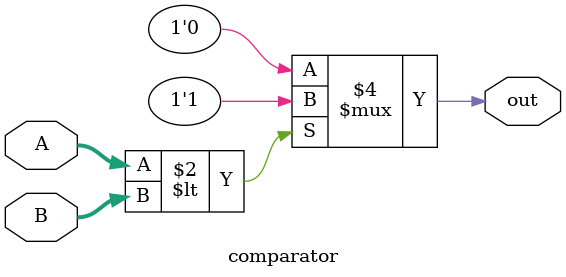
<source format=v>
`timescale 1ns / 1ps
module comparator(
	input [3:0] A, B,
	output reg out);
always @(*) begin
	if (A<B) out = 1;
	else     out = 0;
end
endmodule
</source>
